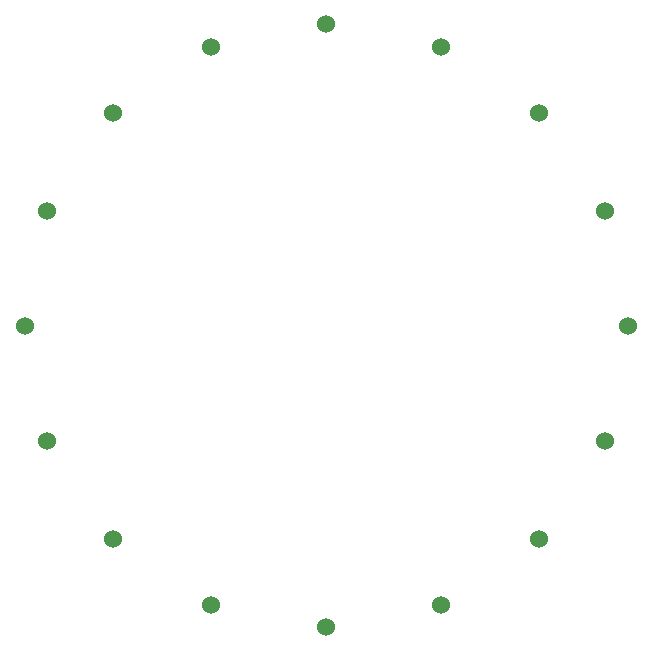
<source format=gbl>
%FSLAX24Y24*%
%MOIN*%
G70*
G01*
G75*
G04 Layer_Physical_Order=2*
G04 Layer_Color=16711680*
%ADD10R,0.0315X0.0315*%
%ADD11P,0.0445X4X337.5*%
%ADD12P,0.0445X4X360.0*%
%ADD13P,0.0445X4X382.5*%
%ADD14R,0.0315X0.0315*%
%ADD15P,0.0445X4X67.5*%
%ADD16P,0.0445X4X90.0*%
%ADD17P,0.0445X4X112.5*%
%ADD18C,0.0004*%
%ADD19C,0.0600*%
D19*
X-9285Y3846D02*
D03*
X-7106Y7106D02*
D03*
X-3846Y9285D02*
D03*
X0Y10050D02*
D03*
X3846Y9285D02*
D03*
X7106Y7106D02*
D03*
X9285Y3846D02*
D03*
X10050Y-0D02*
D03*
X9285Y-3846D02*
D03*
X7106Y-7106D02*
D03*
X3846Y-9285D02*
D03*
X-0Y-10050D02*
D03*
X-3846Y-9285D02*
D03*
X-7106Y-7106D02*
D03*
X-9285Y-3846D02*
D03*
X-10050Y0D02*
D03*
M02*

</source>
